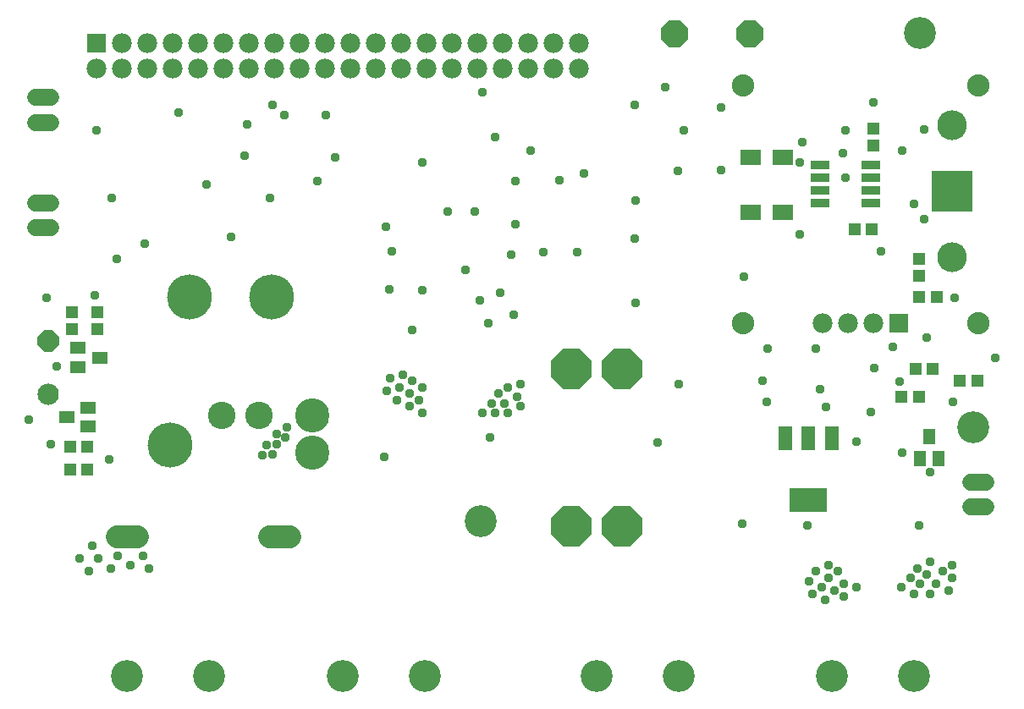
<source format=gbr>
G04 EAGLE Gerber X2 export*
%TF.Part,Single*%
%TF.FileFunction,Soldermask,Bot,1*%
%TF.FilePolarity,Negative*%
%TF.GenerationSoftware,Autodesk,EAGLE,8.6.0*%
%TF.CreationDate,2018-02-22T08:32:46Z*%
G75*
%MOMM*%
%FSLAX34Y34*%
%LPD*%
%AMOC8*
5,1,8,0,0,1.08239X$1,22.5*%
G01*
%ADD10C,3.203200*%
%ADD11C,2.298700*%
%ADD12P,4.343848X8X292.500000*%
%ADD13R,1.981200X1.981200*%
%ADD14C,1.981200*%
%ADD15C,2.235200*%
%ADD16C,4.503200*%
%ADD17C,3.419200*%
%ADD18C,2.753200*%
%ADD19R,1.303200X1.203200*%
%ADD20R,1.203200X1.303200*%
%ADD21R,1.983200X0.923200*%
%ADD22C,1.727200*%
%ADD23C,2.978200*%
%ADD24R,4.163200X4.163200*%
%ADD25P,2.969212X8X202.500000*%
%ADD26R,1.603200X1.203200*%
%ADD27R,1.203200X1.603200*%
%ADD28R,1.422400X2.438400*%
%ADD29R,3.803200X2.403200*%
%ADD30R,2.103200X1.503200*%
%ADD31P,2.309387X8X292.500000*%
%ADD32C,2.133600*%
%ADD33C,0.959600*%


D10*
X908050Y758190D03*
X961390Y363220D03*
X468630Y269240D03*
D11*
X277178Y254000D02*
X256223Y254000D01*
X124778Y254000D02*
X103823Y254000D01*
D12*
X609600Y421640D03*
X609600Y264160D03*
X558800Y264160D03*
X558800Y421640D03*
D13*
X83700Y747698D03*
D14*
X83700Y722298D03*
X109100Y747698D03*
X109100Y722298D03*
X134500Y747698D03*
X134500Y722298D03*
X159900Y747698D03*
X159900Y722298D03*
X185300Y747698D03*
X185300Y722298D03*
X210700Y747698D03*
X210700Y722298D03*
X236100Y747698D03*
X236100Y722298D03*
X261500Y747698D03*
X261500Y722298D03*
X286900Y747698D03*
X286900Y722298D03*
X312300Y747698D03*
X312300Y722298D03*
X337700Y747698D03*
X337700Y722298D03*
X363100Y747698D03*
X363100Y722298D03*
X388500Y747698D03*
X388500Y722298D03*
X413900Y747698D03*
X413900Y722298D03*
X439300Y747698D03*
X439300Y722298D03*
X464700Y747698D03*
X464700Y722298D03*
X490100Y747698D03*
X490100Y722298D03*
X515500Y747698D03*
X515500Y722298D03*
X540900Y747698D03*
X540900Y722298D03*
X566300Y747698D03*
X566300Y722298D03*
D10*
X412700Y114300D03*
X330200Y114300D03*
X196800Y114300D03*
X114300Y114300D03*
X819200Y114300D03*
X901700Y114300D03*
X666700Y114300D03*
X584200Y114300D03*
D13*
X886460Y467360D03*
D14*
X861060Y467360D03*
X835660Y467360D03*
X810260Y467360D03*
D15*
X965835Y467360D03*
X965835Y705485D03*
X730885Y705485D03*
X730885Y467360D03*
D16*
X258920Y494030D03*
X176920Y494030D03*
D17*
X299720Y375330D03*
D16*
X157720Y345230D03*
D17*
X299720Y338030D03*
D18*
X246220Y375330D03*
X208720Y375330D03*
D19*
X859400Y561340D03*
X842400Y561340D03*
D20*
X924170Y494030D03*
X907170Y494030D03*
X947810Y410210D03*
X964810Y410210D03*
D19*
X906780Y514740D03*
X906780Y531740D03*
X861060Y645550D03*
X861060Y662550D03*
X85090Y461400D03*
X85090Y478400D03*
X59690Y461400D03*
X59690Y478400D03*
D20*
X74540Y344170D03*
X57540Y344170D03*
X57540Y321310D03*
X74540Y321310D03*
X889390Y393700D03*
X906390Y393700D03*
X920360Y421640D03*
X903360Y421640D03*
D21*
X807688Y588010D03*
X858552Y588010D03*
X807688Y600710D03*
X807688Y613410D03*
X858552Y600710D03*
X858552Y613410D03*
X807688Y626110D03*
X858552Y626110D03*
D22*
X958850Y283410D02*
X974090Y283410D01*
X974090Y308410D02*
X958850Y308410D01*
D23*
X939800Y533390D03*
X939800Y665490D03*
D24*
X939800Y599440D03*
D25*
X737362Y756920D03*
X662178Y756920D03*
D26*
X87200Y433070D03*
X65200Y442570D03*
X65200Y423570D03*
X53770Y373380D03*
X75770Y363880D03*
X75770Y382880D03*
D27*
X916940Y353900D03*
X907440Y331900D03*
X926440Y331900D03*
D28*
X773176Y352298D03*
X796290Y352298D03*
X819404Y352298D03*
D29*
X796290Y290320D03*
D30*
X770380Y633290D03*
X770380Y578290D03*
X738380Y578290D03*
X738380Y633290D03*
D22*
X38100Y562810D02*
X22860Y562810D01*
X22860Y587810D02*
X38100Y587810D01*
X38100Y668220D02*
X22860Y668220D01*
X22860Y693220D02*
X38100Y693220D01*
D31*
X35560Y449580D03*
D32*
X35560Y396240D03*
D33*
X373380Y563880D03*
X645160Y347980D03*
X502920Y566420D03*
X623570Y590550D03*
X374650Y400050D03*
X377825Y412750D03*
X390525Y415925D03*
X400050Y409575D03*
X396875Y396875D03*
X387350Y403225D03*
X384175Y390525D03*
X396875Y384175D03*
X409575Y377825D03*
X406400Y390525D03*
X409575Y403225D03*
X79375Y244475D03*
X98425Y222250D03*
X85725Y231775D03*
X104775Y234950D03*
X117475Y225425D03*
X130175Y234950D03*
X136525Y222250D03*
X76200Y219075D03*
X66675Y231775D03*
X250190Y335280D03*
X254000Y345440D03*
X260350Y336550D03*
X264160Y346710D03*
X264160Y356870D03*
X273050Y353060D03*
X274320Y363220D03*
X379730Y539750D03*
X104140Y532130D03*
X469900Y377825D03*
X479425Y387350D03*
X482600Y377825D03*
X495300Y377825D03*
X492125Y387350D03*
X485775Y396875D03*
X495300Y403225D03*
X508000Y406400D03*
X504825Y393700D03*
X508000Y384175D03*
X260350Y685800D03*
X622300Y685800D03*
X862330Y422910D03*
X901700Y586740D03*
X671830Y660400D03*
X830580Y637540D03*
X890270Y640080D03*
X812800Y190500D03*
X800100Y196850D03*
X796925Y209550D03*
X803275Y219075D03*
X815975Y225425D03*
X815975Y212725D03*
X809625Y203200D03*
X822325Y200025D03*
X831850Y193675D03*
X831850Y206375D03*
X825500Y219075D03*
X844550Y203200D03*
X889000Y203200D03*
X898525Y212725D03*
X904875Y222250D03*
X917575Y228600D03*
X914400Y215900D03*
X908050Y206375D03*
X901700Y196850D03*
X917575Y196850D03*
X923925Y206375D03*
X930275Y219075D03*
X939800Y225425D03*
X939800Y212725D03*
X936625Y200025D03*
X501650Y476250D03*
X487680Y497840D03*
X82550Y495300D03*
X99060Y593090D03*
X234950Y666750D03*
X833120Y660400D03*
X789940Y648970D03*
X666750Y406400D03*
X622300Y552450D03*
X469900Y698500D03*
X377190Y501650D03*
X453390Y520700D03*
X731520Y514350D03*
X565150Y538480D03*
X571500Y617220D03*
X218440Y553720D03*
X861060Y688340D03*
X942340Y492760D03*
X982980Y433070D03*
X880940Y444060D03*
X755650Y441960D03*
X803910Y441960D03*
X911860Y571500D03*
X911860Y661670D03*
X941070Y388620D03*
X914400Y453390D03*
X868680Y539750D03*
X518160Y640080D03*
X502920Y609600D03*
X304800Y609600D03*
X96520Y331470D03*
X477520Y353060D03*
X795020Y265430D03*
X906780Y265430D03*
X271780Y675640D03*
X313690Y675612D03*
X400050Y461010D03*
X476250Y467360D03*
X754380Y388620D03*
X887730Y408940D03*
X547370Y610870D03*
X530860Y538480D03*
X890270Y337820D03*
X814070Y383540D03*
X858520Y378460D03*
X833120Y613410D03*
X730250Y266700D03*
X844550Y349250D03*
X322580Y633730D03*
X193675Y606425D03*
X231775Y635000D03*
X38100Y346075D03*
X482600Y654050D03*
X807720Y401320D03*
X372110Y334010D03*
X750570Y410210D03*
X132080Y547370D03*
X166370Y678180D03*
X462280Y579120D03*
X652780Y703580D03*
X787400Y556260D03*
X787400Y628650D03*
X623570Y487680D03*
X665480Y619760D03*
X708660Y683260D03*
X708660Y621030D03*
X467360Y490220D03*
X410210Y500380D03*
X16510Y370840D03*
X918210Y318742D03*
X410210Y628650D03*
X34290Y492760D03*
X44450Y424180D03*
X83820Y660400D03*
X257810Y593090D03*
X435610Y579120D03*
X499110Y535940D03*
M02*

</source>
